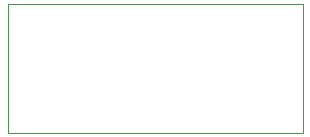
<source format=gbr>
G04 #@! TF.GenerationSoftware,KiCad,Pcbnew,(5.1.5-0-10_14)*
G04 #@! TF.CreationDate,2020-10-31T20:23:47-07:00*
G04 #@! TF.ProjectId,EOGlass2p1,454f476c-6173-4733-9270-312e6b696361,rev?*
G04 #@! TF.SameCoordinates,Original*
G04 #@! TF.FileFunction,Profile,NP*
%FSLAX46Y46*%
G04 Gerber Fmt 4.6, Leading zero omitted, Abs format (unit mm)*
G04 Created by KiCad (PCBNEW (5.1.5-0-10_14)) date 2020-10-31 20:23:47*
%MOMM*%
%LPD*%
G04 APERTURE LIST*
%ADD10C,0.050000*%
G04 APERTURE END LIST*
D10*
X137000000Y-67000000D02*
X112000000Y-67000000D01*
X137000000Y-78000000D02*
X137000000Y-67000000D01*
X112000000Y-78000000D02*
X137000000Y-78000000D01*
X112000000Y-67000000D02*
X112000000Y-78000000D01*
M02*

</source>
